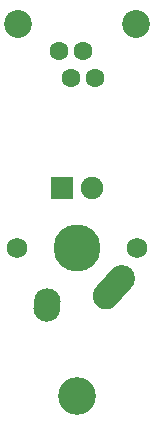
<source format=gbs>
%TF.GenerationSoftware,KiCad,Pcbnew,(6.0.8-1)-1*%
%TF.CreationDate,2022-10-24T07:50:06+03:00*%
%TF.ProjectId,kamaji_button_v1,6b616d61-6a69-45f6-9275-74746f6e5f76,rev?*%
%TF.SameCoordinates,PX2faf080PY2faf080*%
%TF.FileFunction,Soldermask,Bot*%
%TF.FilePolarity,Negative*%
%FSLAX46Y46*%
G04 Gerber Fmt 4.6, Leading zero omitted, Abs format (unit mm)*
G04 Created by KiCad (PCBNEW (6.0.8-1)-1) date 2022-10-24 07:50:06*
%MOMM*%
%LPD*%
G01*
G04 APERTURE LIST*
G04 Aperture macros list*
%AMHorizOval*
0 Thick line with rounded ends*
0 $1 width*
0 $2 $3 position (X,Y) of the first rounded end (center of the circle)*
0 $4 $5 position (X,Y) of the second rounded end (center of the circle)*
0 Add line between two ends*
20,1,$1,$2,$3,$4,$5,0*
0 Add two circle primitives to create the rounded ends*
1,1,$1,$2,$3*
1,1,$1,$4,$5*%
G04 Aperture macros list end*
%ADD10C,3.200000*%
%ADD11C,1.750000*%
%ADD12C,3.987800*%
%ADD13HorizOval,2.250000X-0.655001X-0.730000X0.655001X0.730000X0*%
%ADD14C,2.250000*%
%ADD15HorizOval,2.250000X-0.020000X-0.290000X0.020000X0.290000X0*%
%ADD16C,1.905000*%
%ADD17R,1.905000X1.905000*%
%ADD18C,2.360000*%
%ADD19C,1.600000*%
G04 APERTURE END LIST*
D10*
%TO.C,REF\u002A\u002A*%
X15000000Y-33500000D03*
%TD*%
D11*
%TO.C,SW2*%
X20080000Y-21000000D03*
X9920000Y-21000000D03*
D12*
X15000000Y-21000000D03*
D13*
X18154999Y-24270000D03*
D14*
X17500000Y-25000000D03*
X12460000Y-26080000D03*
D15*
X12480000Y-25790000D03*
D16*
X16270000Y-15920000D03*
D17*
X13730000Y-15920000D03*
%TD*%
D18*
%TO.C,J1*%
X20000000Y-2000000D03*
X10000000Y-2000000D03*
D19*
X13470000Y-4300000D03*
X14490000Y-6540000D03*
X15510000Y-4300000D03*
X16530000Y-6540000D03*
%TD*%
M02*

</source>
